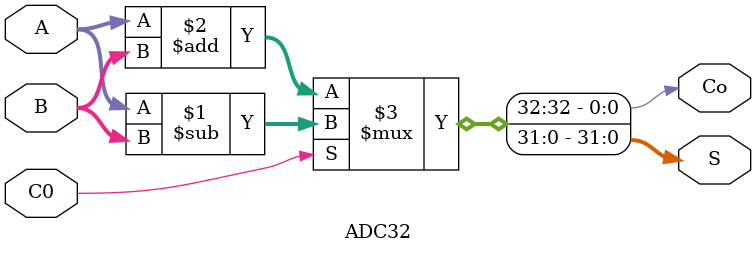
<source format=v>
`timescale 1ns / 1ps
module ADC32(input [31:0] A, 
             input [31:0] B, 
				 input C0, //C0=1¼õ·¨ 
				 output [31:0] S, //ºÍ 
				 output Co //½øÎ» 
    );
assign {Co,S}=C0?(A-B):(A+B);

endmodule

</source>
